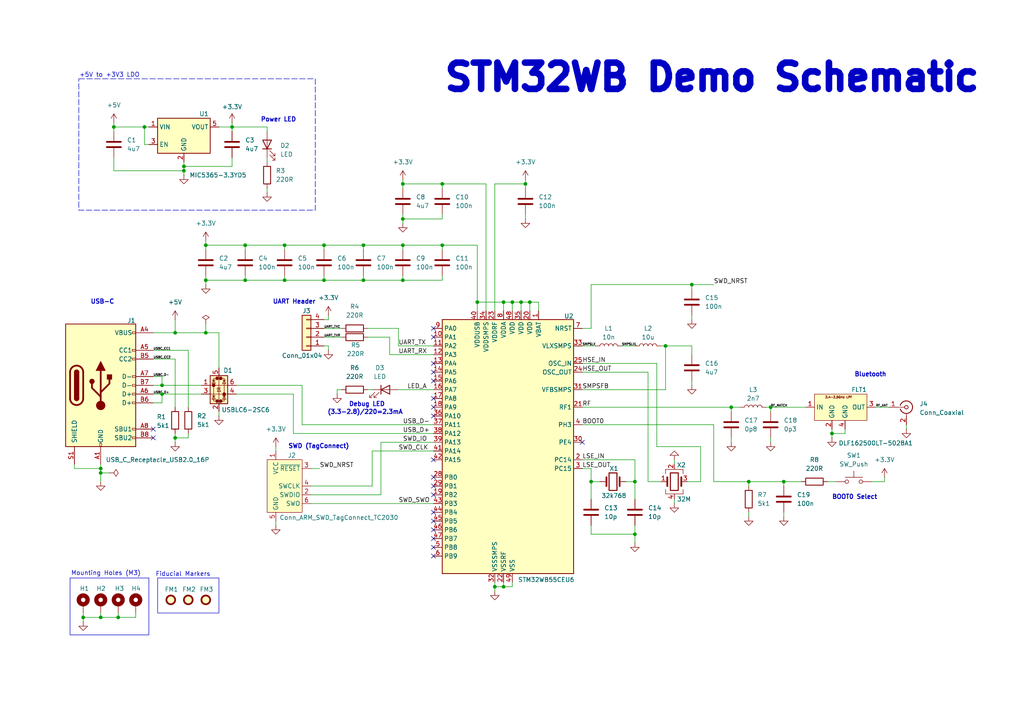
<source format=kicad_sch>
(kicad_sch (version 20231120) (generator "eeschema") (generator_version "8.0")
  (paper "A4")
  (title_block (title "STM32WB Demo Schematic") (date "2024-04-20") (rev "1.0") (company "Lucas Wilch"))
  (junction (at 24.13 179.07))
  (junction (at 29.21 137.16))
  (junction (at 53.34 49.53))
  (junction (at 153.67 87.63))
  (junction (at 171.45 139.7))
  (junction (at 34.29 179.07))
  (junction (at 193.04 100.33))
  (junction (at 59.69 71.12))
  (junction (at 46.99 111.76))
  (junction (at 143.51 170.18))
  (junction (at 93.98 81.28))
  (junction (at 212.09 118.11))
  (junction (at 116.84 53.34))
  (junction (at 71.12 81.28))
  (junction (at 148.59 87.63))
  (junction (at 93.98 71.12))
  (junction (at 53.34 48.26))
  (junction (at 50.8 127))
  (junction (at 50.8 96.52))
  (junction (at 33.02 36.83))
  (junction (at 223.52 118.11))
  (junction (at 59.69 81.28))
  (junction (at 138.43 87.63))
  (junction (at 184.15 154.94))
  (junction (at 71.12 71.12))
  (junction (at 227.33 139.7))
  (junction (at 82.55 81.28))
  (junction (at 105.41 71.12))
  (junction (at 116.84 71.12))
  (junction (at 146.05 87.63))
  (junction (at 217.17 139.7))
  (junction (at 46.99 114.3))
  (junction (at 241.3 125.73))
  (junction (at 184.15 139.7))
  (junction (at 59.69 96.52))
  (junction (at 128.27 71.12))
  (junction (at 200.66 82.55))
  (junction (at 116.84 81.28))
  (junction (at 146.05 170.18))
  (junction (at 67.31 36.83))
  (junction (at 82.55 71.12))
  (junction (at 152.4 53.34))
  (junction (at 105.41 81.28))
  (junction (at 128.27 53.34))
  (junction (at 29.21 135.89))
  (junction (at 41.91 36.83))
  (junction (at 116.84 63.5))
  (junction (at 151.13 87.63))
  (junction (at 29.21 179.07))
  (no_connect (at 125.73 97.79))
  (no_connect (at 125.73 120.65))
  (no_connect (at 125.73 148.59))
  (no_connect (at 125.73 161.29))
  (no_connect (at 125.73 105.41))
  (no_connect (at 125.73 151.13))
  (no_connect (at 125.73 110.49))
  (no_connect (at 125.73 118.11))
  (no_connect (at 125.73 133.35))
  (no_connect (at 125.73 143.51))
  (no_connect (at 44.45 124.46))
  (no_connect (at 125.73 153.67))
  (no_connect (at 125.73 95.25))
  (no_connect (at 125.73 115.57))
  (no_connect (at 125.73 158.75))
  (no_connect (at 44.45 127))
  (no_connect (at 125.73 156.21))
  (no_connect (at 125.73 107.95))
  (no_connect (at 125.73 140.97))
  (no_connect (at 168.91 128.27))
  (no_connect (at 125.73 138.43))
  (wire (pts (xy 116.84 52.07) (xy 116.84 53.34)))
  (wire (pts (xy 93.98 92.71) (xy 95.25 92.71)))
  (wire (pts (xy 29.21 137.16) (xy 31.75 137.16)))
  (wire (pts (xy 148.59 170.18) (xy 148.59 168.91)))
  (wire (pts (xy 200.66 82.55) (xy 207.01 82.55)))
  (wire (pts (xy 110.49 143.51) (xy 110.49 128.27)))
  (wire (pts (xy 184.15 133.35) (xy 184.15 139.7)))
  (wire (pts (xy 110.49 128.27) (xy 125.73 128.27)))
  (wire (pts (xy 44.45 111.76) (xy 46.99 111.76)))
  (wire (pts (xy 193.04 100.33) (xy 193.04 113.03)))
  (wire (pts (xy 128.27 81.28) (xy 128.27 80.01)))
  (wire (pts (xy 71.12 80.01) (xy 71.12 81.28)))
  (wire (pts (xy 241.3 125.73) (xy 241.3 127)))
  (wire (pts (xy 156.21 90.17) (xy 156.21 87.63)))
  (wire (pts (xy 77.47 45.72) (xy 77.47 46.99)))
  (wire (pts (xy 50.8 127) (xy 50.8 128.27)))
  (wire (pts (xy 71.12 71.12) (xy 82.55 71.12)))
  (wire (pts (xy 82.55 71.12) (xy 93.98 71.12)))
  (wire (pts (xy 152.4 62.23) (xy 152.4 63.5)))
  (wire (pts (xy 90.17 146.05) (xy 125.73 146.05)))
  (wire (pts (xy 187.96 139.7) (xy 191.77 139.7)))
  (wire (pts (xy 93.98 100.33) (xy 95.25 100.33)))
  (wire (pts (xy 116.84 63.5) (xy 116.84 64.77)))
  (wire (pts (xy 77.47 54.61) (xy 77.47 55.88)))
  (wire (pts (xy 90.17 143.51) (xy 110.49 143.51)))
  (wire (pts (xy 128.27 71.12) (xy 138.43 71.12)))
  (wire (pts (xy 24.13 179.07) (xy 29.21 179.07)))
  (wire (pts (xy 171.45 139.7) (xy 173.99 139.7)))
  (wire (pts (xy 168.91 107.95) (xy 187.96 107.95)))
  (wire (pts (xy 107.95 130.81) (xy 107.95 140.97)))
  (wire (pts (xy 171.45 95.25) (xy 168.91 95.25)))
  (wire (pts (xy 106.68 95.25) (xy 115.57 95.25)))
  (wire (pts (xy 128.27 53.34) (xy 128.27 54.61)))
  (wire (pts (xy 152.4 52.07) (xy 152.4 53.34)))
  (wire (pts (xy 168.91 100.33) (xy 172.72 100.33)))
  (wire (pts (xy 168.91 135.89) (xy 171.45 135.89)))
  (wire (pts (xy 85.09 125.73) (xy 125.73 125.73)))
  (wire (pts (xy 241.3 124.46) (xy 241.3 125.73)))
  (wire (pts (xy 115.57 113.03) (xy 125.73 113.03)))
  (wire (pts (xy 143.51 53.34) (xy 152.4 53.34)))
  (wire (pts (xy 207.01 139.7) (xy 207.01 123.19)))
  (wire (pts (xy 59.69 69.85) (xy 59.69 71.12)))
  (wire (pts (xy 200.66 110.49) (xy 200.66 111.76)))
  (wire (pts (xy 29.21 179.07) (xy 34.29 179.07)))
  (wire (pts (xy 222.25 118.11) (xy 223.52 118.11)))
  (wire (pts (xy 67.31 35.56) (xy 67.31 36.83)))
  (wire (pts (xy 50.8 125.73) (xy 50.8 127)))
  (wire (pts (xy 82.55 80.01) (xy 82.55 81.28)))
  (wire (pts (xy 39.37 179.07) (xy 39.37 177.8)))
  (wire (pts (xy 46.99 116.84) (xy 46.99 114.3)))
  (wire (pts (xy 217.17 148.59) (xy 217.17 149.86)))
  (wire (pts (xy 193.04 100.33) (xy 200.66 100.33)))
  (wire (pts (xy 252.73 139.7) (xy 256.54 139.7)))
  (wire (pts (xy 44.45 104.14) (xy 50.8 104.14)))
  (wire (pts (xy 33.02 36.83) (xy 33.02 38.1)))
  (wire (pts (xy 203.2 139.7) (xy 199.39 139.7)))
  (wire (pts (xy 116.84 63.5) (xy 128.27 63.5)))
  (wire (pts (xy 171.45 152.4) (xy 171.45 154.94)))
  (wire (pts (xy 50.8 104.14) (xy 50.8 118.11)))
  (wire (pts (xy 152.4 53.34) (xy 152.4 54.61)))
  (wire (pts (xy 193.04 113.03) (xy 168.91 113.03)))
  (wire (pts (xy 262.89 123.19) (xy 262.89 124.46)))
  (wire (pts (xy 146.05 170.18) (xy 148.59 170.18)))
  (wire (pts (xy 95.25 92.71) (xy 95.25 91.44)))
  (wire (pts (xy 212.09 118.11) (xy 212.09 119.38)))
  (wire (pts (xy 184.15 144.78) (xy 184.15 139.7)))
  (wire (pts (xy 180.34 100.33) (xy 184.15 100.33)))
  (wire (pts (xy 171.45 82.55) (xy 171.45 95.25)))
  (wire (pts (xy 46.99 111.76) (xy 58.42 111.76)))
  (wire (pts (xy 33.02 35.56) (xy 33.02 36.83)))
  (wire (pts (xy 113.03 102.87) (xy 113.03 97.79)))
  (wire (pts (xy 63.5 36.83) (xy 67.31 36.83)))
  (wire (pts (xy 146.05 168.91) (xy 146.05 170.18)))
  (wire (pts (xy 143.51 90.17) (xy 143.51 53.34)))
  (wire (pts (xy 105.41 71.12) (xy 116.84 71.12)))
  (wire (pts (xy 71.12 71.12) (xy 71.12 72.39)))
  (wire (pts (xy 116.84 53.34) (xy 116.84 54.61)))
  (wire (pts (xy 59.69 71.12) (xy 71.12 71.12)))
  (wire (pts (xy 128.27 71.12) (xy 128.27 72.39)))
  (wire (pts (xy 200.66 100.33) (xy 200.66 102.87)))
  (wire (pts (xy 21.59 134.62) (xy 21.59 135.89)))
  (wire (pts (xy 54.61 101.6) (xy 54.61 118.11)))
  (wire (pts (xy 184.15 154.94) (xy 184.15 152.4)))
  (wire (pts (xy 63.5 119.38) (xy 63.5 120.65)))
  (wire (pts (xy 223.52 118.11) (xy 233.68 118.11)))
  (wire (pts (xy 217.17 139.7) (xy 207.01 139.7)))
  (wire (pts (xy 44.45 96.52) (xy 50.8 96.52)))
  (wire (pts (xy 227.33 139.7) (xy 232.41 139.7)))
  (wire (pts (xy 168.91 105.41) (xy 190.5 105.41)))
  (wire (pts (xy 59.69 93.98) (xy 59.69 96.52)))
  (wire (pts (xy 41.91 36.83) (xy 43.18 36.83)))
  (wire (pts (xy 97.79 113.03) (xy 99.06 113.03)))
  (wire (pts (xy 190.5 105.41) (xy 190.5 129.54)))
  (wire (pts (xy 50.8 92.71) (xy 50.8 96.52)))
  (wire (pts (xy 113.03 102.87) (xy 125.73 102.87)))
  (wire (pts (xy 93.98 95.25) (xy 99.06 95.25)))
  (wire (pts (xy 80.01 129.54) (xy 80.01 130.81)))
  (wire (pts (xy 200.66 82.55) (xy 200.66 83.82)))
  (wire (pts (xy 143.51 170.18) (xy 146.05 170.18)))
  (wire (pts (xy 87.63 123.19) (xy 125.73 123.19)))
  (wire (pts (xy 187.96 107.95) (xy 187.96 139.7)))
  (wire (pts (xy 116.84 53.34) (xy 128.27 53.34)))
  (wire (pts (xy 107.95 140.97) (xy 90.17 140.97)))
  (wire (pts (xy 53.34 49.53) (xy 33.02 49.53)))
  (wire (pts (xy 146.05 87.63) (xy 138.43 87.63)))
  (wire (pts (xy 106.68 97.79) (xy 113.03 97.79)))
  (wire (pts (xy 44.45 116.84) (xy 46.99 116.84)))
  (wire (pts (xy 21.59 135.89) (xy 29.21 135.89)))
  (wire (pts (xy 41.91 41.91) (xy 41.91 36.83)))
  (wire (pts (xy 93.98 81.28) (xy 105.41 81.28)))
  (wire (pts (xy 138.43 87.63) (xy 138.43 90.17)))
  (wire (pts (xy 59.69 96.52) (xy 63.5 96.52)))
  (wire (pts (xy 212.09 127) (xy 212.09 128.27)))
  (wire (pts (xy 105.41 80.01) (xy 105.41 81.28)))
  (wire (pts (xy 29.21 135.89) (xy 29.21 134.62)))
  (wire (pts (xy 217.17 139.7) (xy 217.17 140.97)))
  (wire (pts (xy 50.8 96.52) (xy 59.69 96.52)))
  (wire (pts (xy 97.79 114.3) (xy 97.79 113.03)))
  (wire (pts (xy 128.27 62.23) (xy 128.27 63.5)))
  (wire (pts (xy 116.84 71.12) (xy 116.84 72.39)))
  (wire (pts (xy 90.17 135.89) (xy 92.71 135.89)))
  (wire (pts (xy 143.51 171.45) (xy 143.51 170.18)))
  (wire (pts (xy 95.25 100.33) (xy 95.25 101.6)))
  (wire (pts (xy 87.63 111.76) (xy 87.63 123.19)))
  (wire (pts (xy 46.99 114.3) (xy 58.42 114.3)))
  (wire (pts (xy 223.52 118.11) (xy 223.52 119.38)))
  (wire (pts (xy 93.98 80.01) (xy 93.98 81.28)))
  (wire (pts (xy 217.17 139.7) (xy 227.33 139.7)))
  (wire (pts (xy 77.47 36.83) (xy 77.47 38.1)))
  (wire (pts (xy 115.57 100.33) (xy 125.73 100.33)))
  (wire (pts (xy 43.18 41.91) (xy 41.91 41.91)))
  (wire (pts (xy 106.68 113.03) (xy 107.95 113.03)))
  (wire (pts (xy 116.84 63.5) (xy 116.84 62.23)))
  (wire (pts (xy 168.91 133.35) (xy 184.15 133.35)))
  (wire (pts (xy 184.15 154.94) (xy 184.15 157.48)))
  (wire (pts (xy 34.29 179.07) (xy 39.37 179.07)))
  (wire (pts (xy 153.67 87.63) (xy 153.67 90.17)))
  (wire (pts (xy 227.33 139.7) (xy 227.33 140.97)))
  (wire (pts (xy 29.21 135.89) (xy 29.21 137.16)))
  (wire (pts (xy 128.27 53.34) (xy 140.97 53.34)))
  (wire (pts (xy 59.69 71.12) (xy 59.69 72.39)))
  (wire (pts (xy 53.34 48.26) (xy 67.31 48.26)))
  (wire (pts (xy 24.13 177.8) (xy 24.13 179.07)))
  (wire (pts (xy 254 118.11) (xy 257.81 118.11)))
  (wire (pts (xy 138.43 87.63) (xy 138.43 71.12)))
  (wire (pts (xy 203.2 129.54) (xy 203.2 139.7)))
  (wire (pts (xy 223.52 127) (xy 223.52 128.27)))
  (wire (pts (xy 148.59 87.63) (xy 148.59 90.17)))
  (wire (pts (xy 256.54 139.7) (xy 256.54 138.43)))
  (wire (pts (xy 53.34 48.26) (xy 53.34 49.53)))
  (wire (pts (xy 82.55 81.28) (xy 93.98 81.28)))
  (wire (pts (xy 140.97 90.17) (xy 140.97 53.34)))
  (wire (pts (xy 44.45 101.6) (xy 54.61 101.6)))
  (wire (pts (xy 212.09 118.11) (xy 214.63 118.11)))
  (wire (pts (xy 190.5 129.54) (xy 203.2 129.54)))
  (wire (pts (xy 63.5 106.68) (xy 63.5 96.52)))
  (wire (pts (xy 151.13 87.63) (xy 151.13 90.17)))
  (wire (pts (xy 67.31 36.83) (xy 67.31 38.1)))
  (wire (pts (xy 240.03 139.7) (xy 242.57 139.7)))
  (wire (pts (xy 105.41 71.12) (xy 105.41 72.39)))
  (wire (pts (xy 195.58 133.35) (xy 195.58 134.62)))
  (wire (pts (xy 245.11 124.46) (xy 245.11 125.73)))
  (wire (pts (xy 68.58 111.76) (xy 87.63 111.76)))
  (wire (pts (xy 54.61 127) (xy 54.61 125.73)))
  (wire (pts (xy 153.67 87.63) (xy 151.13 87.63)))
  (wire (pts (xy 156.21 87.63) (xy 153.67 87.63)))
  (wire (pts (xy 143.51 168.91) (xy 143.51 170.18)))
  (wire (pts (xy 207.01 123.19) (xy 168.91 123.19)))
  (wire (pts (xy 200.66 91.44) (xy 200.66 92.71)))
  (wire (pts (xy 59.69 81.28) (xy 71.12 81.28)))
  (wire (pts (xy 53.34 50.8) (xy 53.34 49.53)))
  (wire (pts (xy 195.58 144.78) (xy 195.58 146.05)))
  (wire (pts (xy 46.99 109.22) (xy 46.99 111.76)))
  (wire (pts (xy 171.45 139.7) (xy 171.45 144.78)))
  (wire (pts (xy 93.98 97.79) (xy 99.06 97.79)))
  (wire (pts (xy 44.45 109.22) (xy 46.99 109.22)))
  (wire (pts (xy 116.84 81.28) (xy 105.41 81.28)))
  (wire (pts (xy 33.02 49.53) (xy 33.02 45.72)))
  (wire (pts (xy 85.09 125.73) (xy 85.09 114.3)))
  (wire (pts (xy 171.45 82.55) (xy 200.66 82.55)))
  (wire (pts (xy 191.77 100.33) (xy 193.04 100.33)))
  (wire (pts (xy 82.55 81.28) (xy 71.12 81.28)))
  (wire (pts (xy 44.45 114.3) (xy 46.99 114.3)))
  (wire (pts (xy 50.8 127) (xy 54.61 127)))
  (wire (pts (xy 107.95 130.81) (xy 125.73 130.81)))
  (wire (pts (xy 241.3 125.73) (xy 245.11 125.73)))
  (wire (pts (xy 93.98 71.12) (xy 105.41 71.12)))
  (wire (pts (xy 24.13 179.07) (xy 24.13 180.34)))
  (wire (pts (xy 171.45 154.94) (xy 184.15 154.94)))
  (wire (pts (xy 85.09 114.3) (xy 68.58 114.3)))
  (wire (pts (xy 116.84 71.12) (xy 128.27 71.12)))
  (wire (pts (xy 227.33 148.59) (xy 227.33 149.86)))
  (wire (pts (xy 29.21 137.16) (xy 29.21 139.7)))
  (wire (pts (xy 82.55 71.12) (xy 82.55 72.39)))
  (wire (pts (xy 151.13 87.63) (xy 148.59 87.63)))
  (wire (pts (xy 67.31 36.83) (xy 77.47 36.83)))
  (wire (pts (xy 93.98 71.12) (xy 93.98 72.39)))
  (wire (pts (xy 116.84 81.28) (xy 128.27 81.28)))
  (wire (pts (xy 29.21 179.07) (xy 29.21 177.8)))
  (wire (pts (xy 148.59 87.63) (xy 146.05 87.63)))
  (wire (pts (xy 80.01 151.13) (xy 80.01 152.4)))
  (wire (pts (xy 41.91 36.83) (xy 33.02 36.83)))
  (wire (pts (xy 53.34 46.99) (xy 53.34 48.26)))
  (wire (pts (xy 34.29 179.07) (xy 34.29 177.8)))
  (wire (pts (xy 59.69 81.28) (xy 59.69 80.01)))
  (wire (pts (xy 146.05 87.63) (xy 146.05 90.17)))
  (wire (pts (xy 171.45 135.89) (xy 171.45 139.7)))
  (wire (pts (xy 116.84 80.01) (xy 116.84 81.28)))
  (wire (pts (xy 184.15 139.7) (xy 181.61 139.7)))
  (wire (pts (xy 168.91 118.11) (xy 212.09 118.11)))
  (wire (pts (xy 115.57 95.25) (xy 115.57 100.33)))
  (wire (pts (xy 59.69 81.28) (xy 59.69 82.55)))
  (wire (pts (xy 67.31 48.26) (xy 67.31 45.72)))
  (rectangle (start 45.72 167.64) (end 63.5 177.8))
  (rectangle (start 22.86 22.86) (end 91.44 60.96) (stroke (width 0) (type dash)))
  (rectangle (start 20.32 167.64) (end 43.18 184.15))
  (text "BOOT0 Select" (at 247.904 144.272 0) (effects (font (size 1.27 1.27) (bold yes))))
  (text "UART Header" (at 85.344 87.63 0) (effects (font (size 1.27 1.27) (bold yes))))
  (text "Bluetooth" (at 252.476 108.712 0) (effects (font (size 1.27 1.27) (bold yes))))
  (text "+5V to +3V3 LDO" (at 31.75 21.844 0) (effects (font (size 1.27 1.27))))
  (text "Power LED" (at 80.772 34.798 0) (effects (font (size 1.27 1.27) (bold yes))))
  (text "Fiducial Markers" (at 53.086 166.624 0) (effects (font (size 1.27 1.27))))
  (text "SWD (TagConnect)" (at 92.456 129.54 0) (effects (font (size 1.27 1.27) (bold yes))))
  (text "Mounting Holes (M3)" (at 30.734 166.37 0) (effects (font (size 1.27 1.27))))
  (text "STM32WB Demo Schematic" (at 206.502 22.606 0) (effects (font (size 7.62 7.62) (thickness 2.54) (bold yes))))
  (text "USB-C" (at 29.718 87.63 0) (effects (font (size 1.27 1.27) (bold yes))))
  (text "Debug LED" (at 106.426 117.348 0) (effects (font (size 1.27 1.27) (bold yes))))
  (text "(3.3-2.8)/220=2.3mA" (at 105.918 119.634 0) (effects (font (size 1.27 1.27) (bold yes))))
  (label "HSE_OUT" (at 168.91 107.95 0))
  (label "LSE_IN" (at 168.91 133.35 0))
  (label "SMPSLXL" (at 180.34 100.33 0) (effects (font (size 0.635 0.635))))
  (label "LSE_OUT" (at 168.91 135.89 0))
  (label "UART_TX" (at 115.57 100.33 0))
  (label "USBC_D-" (at 44.45 109.22 0) (effects (font (size 0.635 0.635))))
  (label "SWD_SWO" (at 115.57 146.05 0))
  (label "HSE_IN" (at 168.91 105.41 0))
  (label "USBC_CC2" (at 44.45 104.14 0) (effects (font (size 0.635 0.635))))
  (label "LED_A" (at 118.11 113.03 0))
  (label "USB_D+" (at 116.84 125.73 0))
  (label "RF" (at 168.91 118.11 0))
  (label "USB_D-" (at 116.84 123.19 0))
  (label "SWD_NRST" (at 92.71 135.89 0))
  (label "SWD_NRST" (at 207.01 82.55 0))
  (label "UART_RX" (at 115.57 102.87 0))
  (label "SWD_CLK" (at 115.57 130.81 0))
  (label "SWD_IO" (at 116.84 128.27 0))
  (label "UART_TXC" (at 93.98 95.25 0) (effects (font (size 0.635 0.635))))
  (label "UART_TXR" (at 93.98 97.79 0) (effects (font (size 0.635 0.635))))
  (label "SMPSLX" (at 168.91 100.33 0) (effects (font (size 0.635 0.635))))
  (label "BOOT0" (at 168.91 123.19 0))
  (label "USBC_D+" (at 44.45 114.3 0) (effects (font (size 0.635 0.635))))
  (label "SMPSFB" (at 168.91 113.03 0))
  (label "RF_MATCH" (at 223.52 118.11 0) (effects (font (size 0.635 0.635))))
  (label "USBC_CC1" (at 44.45 101.6 0) (effects (font (size 0.635 0.635))))
  (label "RF_ANT" (at 254 118.11 0) (effects (font (size 0.635 0.635))))
  (symbol (lib_id "power:GND") (at 223.52 128.27 0) (unit 1)
    (property "Reference" "#PWR028" (effects (hide yes)))
    (property "Value" "GND" (effects (hide yes)))
    (property "Description" "Power symbol creates a global label with name \"GND\" , ground" (effects (hide yes)))
  )
  (symbol (lib_id "Device:R") (at 217.17 144.78 0) (unit 1)
    (property "Reference" "R7" (at 219.71 143.5099 0) (effects (justify left)))
    (property "Value" "5k1" (at 219.71 146.0499 0) (effects (justify left)))
    (property "Footprint" "Resistor_SMD:R_0402_1005Metric" (effects (hide yes)))
    (property "Description" "Resistor" (effects (hide yes)))
    (property "Distributor Link" "https://www.mouser.com/ProductDetail/KOA-Speer/SG73P1EWTTP512J?qs=Jslch3jnSjlSuuKTSTqkRg%3D%3D" (effects (hide yes)))
    (property "Manufacturer" "KOA Speer" (effects (hide yes)))
    (property "Manufacturer PN" "SG73P1EWTTP512J" (effects (hide yes)))
  )
  (symbol (lib_id "Mechanical:MountingHole_Pad") (at 34.29 175.26 0) (unit 1) (exclude_from_sim yes) (in_bom no)
    (property "Reference" "H3" (at 33.274 170.688 0) (effects (justify left)))
    (property "Value" "MountingHole_Pad" (effects (hide yes)))
    (property "Footprint" "MountingHole:MountingHole_2.2mm_M2_DIN965_Pad" (effects (hide yes)))
    (property "Description" "Mounting Hole with connection" (effects (hide yes)))
  )
  (symbol (lib_id "Mechanical:MountingHole_Pad") (at 24.13 175.26 0) (unit 1) (exclude_from_sim yes) (in_bom no)
    (property "Reference" "H1" (at 23.114 170.688 0) (effects (justify left)))
    (property "Value" "MountingHole_Pad" (effects (hide yes)))
    (property "Footprint" "MountingHole:MountingHole_2.2mm_M2_DIN965_Pad" (effects (hide yes)))
    (property "Description" "Mounting Hole with connection" (effects (hide yes)))
  )
  (symbol (lib_id "Device:R") (at 102.87 113.03 90) (unit 1)
    (property "Reference" "R6" (at 102.87 106.68 90))
    (property "Value" "220R" (at 102.87 109.22 90))
    (property "Footprint" "Resistor_SMD:R_0402_1005Metric" (effects (hide yes)))
    (property "Description" "Resistor" (effects (hide yes)))
    (property "Distributor Link" "https://www.mouser.com/ProductDetail/KOA-Speer/RK73H1ETTP2200F?qs=RHoMK1iCi09D%2FnGG1bjdHg%3D%3D" (effects (hide yes)))
    (property "Manufacturer" "KOA Speer" (effects (hide yes)))
    (property "Manufacturer PN" "RK73H1ETTP2200F" (effects (hide yes)))
  )
  (symbol (lib_id "Connector:USB_C_Receptacle_USB2.0_16P") (at 29.21 111.76 0) (unit 1)
    (property "Reference" "J1" (at 38.1 92.964 0))
    (property "Value" "USB_C_Receptacle_USB2.0_16P" (at 45.72 133.35 0))
    (property "Footprint" "Connector_USB:USB_C_Receptacle_GCT_USB4105-xx-A_16P_TopMnt_Horizontal" (effects (hide yes)))
    (property "Datasheet" "https://www.usb.org/sites/default/files/documents/usb_type-c.zip" (effects (hide yes)))
    (property "Description" "USB 2.0-only 16P Type-C Receptacle connector" (effects (hide yes)))
    (property "Distributor Link" "https://www.mouser.com/ProductDetail/GCT/USB4105-GF-A?qs=KUoIvG%2F9IlY%2FMLlBMpStpA%3D%3D" (effects (hide yes)))
    (property "Manufacturer" "GCT" (effects (hide yes)))
    (property "Manufacturer PN" "USB4105-GF-A " (effects (hide yes)))
  )
  (symbol (lib_id "Device:C") (at 223.52 123.19 0) (unit 1)
    (property "Reference" "C18" (at 227.33 121.9199 0) (effects (justify left)))
    (property "Value" "0p3" (at 227.33 124.4599 0) (effects (justify left)))
    (property "Footprint" "Resistor_SMD:R_0402_1005Metric" (effects (hide yes)))
    (property "Description" "Unpolarized capacitor" (effects (hide yes)))
    (property "Distributor Link" "https://www.mouser.com/ProductDetail/Murata-Electronics/GRM1555C1HR30WA01D?qs=e%252BE4OD6MgMcS%252BbE0ktTutg%3D%3D" (effects (hide yes)))
    (property "Manufacturer" "Murata Electronics" (effects (hide yes)))
    (property "Manufacturer PN" "GRM1555C1HR30WA01D" (effects (hide yes)))
  )
  (symbol (lib_id "Device:C") (at 200.66 106.68 0) (unit 1)
    (property "Reference" "C16" (at 204.47 105.4099 0) (effects (justify left)))
    (property "Value" "4u7" (at 204.47 107.9499 0) (effects (justify left)))
    (property "Footprint" "Resistor_SMD:R_0603_1608Metric" (effects (hide yes)))
    (property "Description" "Unpolarized capacitor" (effects (hide yes)))
    (property "Distributor Link" "https://www.mouser.com/ProductDetail/Murata-Electronics/GRM188Z71A475KE15J?qs=Ey7%2FXF42M3fe52ZB0l7gLw%3D%3D" (effects (hide yes)))
    (property "Manufacturer" "Murata Electronics" (effects (hide yes)))
    (property "Manufacturer PN" "GRM188Z71A475KE15J" (effects (hide yes)))
  )
  (symbol (lib_id "Device:C") (at 33.02 41.91 0) (unit 1)
    (property "Reference" "C1" (at 36.83 40.6399 0) (effects (justify left)))
    (property "Value" "4u7" (at 36.83 43.1799 0) (effects (justify left)))
    (property "Footprint" "Resistor_SMD:R_0603_1608Metric" (effects (hide yes)))
    (property "Description" "Unpolarized capacitor" (effects (hide yes)))
    (property "Distributor Link" "https://www.mouser.com/ProductDetail/Murata-Electronics/GRM188Z71A475KE15J?qs=Ey7%2FXF42M3fe52ZB0l7gLw%3D%3D" (effects (hide yes)))
    (property "Manufacturer" "Murata Electronics" (effects (hide yes)))
    (property "Manufacturer PN" "GRM188Z71A475KE15J" (effects (hide yes)))
  )
  (symbol (lib_id "Device:R") (at 54.61 121.92 0) (unit 1)
    (property "Reference" "R2" (at 57.15 120.6499 0) (effects (justify left)))
    (property "Value" "5k1" (at 57.15 123.1899 0) (effects (justify left)))
    (property "Footprint" "Resistor_SMD:R_0402_1005Metric" (effects (hide yes)))
    (property "Description" "Resistor" (effects (hide yes)))
    (property "Distributor Link" "https://www.mouser.com/ProductDetail/KOA-Speer/SG73P1EWTTP512J?qs=Jslch3jnSjlSuuKTSTqkRg%3D%3D" (effects (hide yes)))
    (property "Manufacturer" "KOA Speer" (effects (hide yes)))
    (property "Manufacturer PN" "SG73P1EWTTP512J" (effects (hide yes)))
  )
  (symbol (lib_id "Device:C") (at 67.31 41.91 0) (unit 1)
    (property "Reference" "C3" (at 71.12 40.6399 0) (effects (justify left)))
    (property "Value" "4u7" (at 71.12 43.1799 0) (effects (justify left)))
    (property "Footprint" "Resistor_SMD:R_0603_1608Metric" (effects (hide yes)))
    (property "Description" "Unpolarized capacitor" (effects (hide yes)))
    (property "Distributor Link" "https://www.mouser.com/ProductDetail/Murata-Electronics/GRM188Z71A475KE15J?qs=Ey7%2FXF42M3fe52ZB0l7gLw%3D%3D" (effects (hide yes)))
    (property "Manufacturer" "Murata Electronics" (effects (hide yes)))
    (property "Manufacturer PN" "GRM188Z71A475KE15J" (effects (hide yes)))
  )
  (symbol (lib_id "power:PWR_FLAG") (at 31.75 137.16 270) (unit 1)
    (property "Reference" "#FLG01" (effects (hide yes)))
    (property "Value" "PWR_FLAG" (effects (hide yes)))
    (property "Description" "Special symbol for telling ERC where power comes from" (effects (hide yes)))
  )
  (symbol (lib_id "Device:C") (at 184.15 148.59 0) (unit 1)
    (property "Reference" "C14" (at 187.96 147.3199 0) (effects (justify left)))
    (property "Value" "10p" (at 187.96 149.8599 0) (effects (justify left)))
    (property "Footprint" "Resistor_SMD:R_0402_1005Metric" (effects (hide yes)))
    (property "Description" "Unpolarized capacitor" (effects (hide yes)))
    (property "Distributor Link" "https://www.mouser.com/ProductDetail/KYOCERA-AVX/04026D100JAT2A?qs=gEbkM7q0lx%252BmQLS7sqmBjQ%3D%3D" (effects (hide yes)))
    (property "Manufacturer" " KYOCERA AVX" (effects (hide yes)))
    (property "Manufacturer PN" "04026D100JAT2A" (effects (hide yes)))
  )
  (symbol (lib_id "Device:C") (at 128.27 76.2 0) (unit 1)
    (property "Reference" "C11" (at 132.08 74.9299 0) (effects (justify left)))
    (property "Value" "100n" (at 132.08 77.4699 0) (effects (justify left)))
    (property "Footprint" "Capacitor_SMD:C_0402_1005Metric" (effects (hide yes)))
    (property "Description" "Unpolarized capacitor" (effects (hide yes)))
    (property "Distributor Link" "https://www.mouser.com/ProductDetail/Murata-Electronics/GRM155R71A104KA01J?qs=9U7yHM2lsjQpBoriOS9Iag%3D%3D" (effects (hide yes)))
    (property "Manufacturer" "Murata Electronics" (effects (hide yes)))
    (property "Manufacturer PN" "GRM155R71A104KA01J" (effects (hide yes)))
  )
  (symbol (lib_id "power:GND") (at 24.13 180.34 0) (unit 1)
    (property "Reference" "#PWR033" (effects (hide yes)))
    (property "Value" "GND" (effects (hide yes)))
    (property "Description" "Power symbol creates a global label with name \"GND\" , ground" (effects (hide yes)))
  )
  (symbol (lib_id "Mechanical:MountingHole_Pad") (at 29.21 175.26 0) (unit 1) (exclude_from_sim yes) (in_bom no)
    (property "Reference" "H2" (at 27.94 170.688 0) (effects (justify left)))
    (property "Value" "MountingHole_Pad" (effects (hide yes)))
    (property "Footprint" "MountingHole:MountingHole_2.2mm_M2_DIN965_Pad" (effects (hide yes)))
    (property "Description" "Mounting Hole with connection" (effects (hide yes)))
  )
  (symbol (lib_id "power:+3.3V") (at 59.69 69.85 0) (unit 1)
    (property "Reference" "#PWR06" (effects (hide yes)))
    (property "Value" "+3.3V" (at 59.69 64.77 0))
    (property "Description" "Power symbol creates a global label with name \"+3.3V\"" (effects (hide yes)))
  )
  (symbol (lib_id "MCU_ST_STM32WB:STM32WB55CEUx") (at 148.59 130.81 0) (mirror y) (unit 1)
    (property "Reference" "U2" (at 166.37 91.694 0) (effects (justify left)))
    (property "Value" "STM32WB55CEU6" (at 166.624 168.148 0) (effects (justify left)))
    (property "Footprint" "Package_DFN_QFN:QFN-48-1EP_7x7mm_P0.5mm_EP5.6x5.6mm" (effects (hide yes)))
    (property "Datasheet" "https://www.st.com/resource/en/datasheet/stm32wb55ce.pdf" (effects (hide yes)))
    (property "Description" "STMicroelectronics Arm Cortex-M4 MCU, 512KB flash, 256KB RAM, 64 MHz, 1.71-3.6V, 30 GPIO, UFQFPN48" (effects (hide yes)))
    (property "Distributor Link" "https://www.mouser.com/ProductDetail/STMicroelectronics/STM32WB55CEU6?qs=l7cgNqFNU1h38DnIgipayw%3D%3D" (effects (hide yes)))
    (property "Manufacturer" "STMicroelectronics" (effects (hide yes)))
    (property "Manufacturer PN" "STM32WB55CEU6" (effects (hide yes)))
  )
  (symbol (lib_id "power:+3.3V") (at 80.01 129.54 0) (unit 1)
    (property "Reference" "#PWR011" (effects (hide yes)))
    (property "Value" "+3.3V" (at 80.01 124.46 0))
    (property "Description" "Power symbol creates a global label with name \"+3.3V\"" (effects (hide yes)))
  )
  (symbol (lib_id "Device:LED") (at 77.47 41.91 90) (unit 1)
    (property "Reference" "D2" (at 81.28 42.2274 90) (effects (justify right)))
    (property "Value" "LED" (at 81.28 44.7674 90) (effects (justify right)))
    (property "Footprint" "LED_SMD:LED_0402_1005Metric" (effects (hide yes)))
    (property "Description" "Light emitting diode" (effects (hide yes)))
    (property "Distributor Link" "https://www.mouser.com/ProductDetail/Kingbright/APHHS1005LQBC-D-V?qs=WbpYJYa8y32aFVn6IIj1Dg%3D%3D" (effects (hide yes)))
    (property "Manufacturer" "Kingbright" (effects (hide yes)))
    (property "Manufacturer PN" "APHHS1005LQBC/D-V" (effects (hide yes)))
  )
  (symbol (lib_id "power:GND") (at 227.33 149.86 0) (unit 1)
    (property "Reference" "#PWR029" (effects (hide yes)))
    (property "Value" "GND" (effects (hide yes)))
    (property "Description" "Power symbol creates a global label with name \"GND\" , ground" (effects (hide yes)))
  )
  (symbol (lib_id "power:GND") (at 53.34 50.8 0) (unit 1)
    (property "Reference" "#PWR05" (effects (hide yes)))
    (property "Value" "GND" (effects (hide yes)))
    (property "Description" "Power symbol creates a global label with name \"GND\" , ground" (effects (hide yes)))
  )
  (symbol (lib_id "power:+5V") (at 33.02 35.56 0) (unit 1)
    (property "Reference" "#PWR02" (effects (hide yes)))
    (property "Value" "+5V" (at 33.02 30.48 0))
    (property "Description" "Power symbol creates a global label with name \"+5V\"" (effects (hide yes)))
  )
  (symbol (lib_id "Mechanical:MountingHole_Pad") (at 39.37 175.26 0) (unit 1) (exclude_from_sim yes) (in_bom no)
    (property "Reference" "H4" (at 38.1 170.688 0) (effects (justify left)))
    (property "Value" "MountingHole_Pad" (effects (hide yes)))
    (property "Footprint" "MountingHole:MountingHole_2.2mm_M2_DIN965_Pad" (effects (hide yes)))
    (property "Description" "Mounting Hole with connection" (effects (hide yes)))
  )
  (symbol (lib_id "Device:C") (at 128.27 58.42 0) (unit 1)
    (property "Reference" "C10" (at 132.08 57.1499 0) (effects (justify left)))
    (property "Value" "100n" (at 132.08 59.6899 0) (effects (justify left)))
    (property "Footprint" "Capacitor_SMD:C_0402_1005Metric" (effects (hide yes)))
    (property "Description" "Unpolarized capacitor" (effects (hide yes)))
    (property "Distributor Link" "https://www.mouser.com/ProductDetail/Murata-Electronics/GRM155R71A104KA01J?qs=9U7yHM2lsjQpBoriOS9Iag%3D%3D" (effects (hide yes)))
    (property "Manufacturer" "Murata Electronics" (effects (hide yes)))
    (property "Manufacturer PN" "GRM155R71A104KA01J" (effects (hide yes)))
  )
  (symbol (lib_id "power:GND") (at 116.84 64.77 0) (unit 1)
    (property "Reference" "#PWR017" (effects (hide yes)))
    (property "Value" "GND" (effects (hide yes)))
    (property "Description" "Power symbol creates a global label with name \"GND\" , ground" (effects (hide yes)))
  )
  (symbol (lib_id "power:GND") (at 262.89 124.46 0) (unit 1)
    (property "Reference" "#PWR032" (effects (hide yes)))
    (property "Value" "GND" (effects (hide yes)))
    (property "Description" "Power symbol creates a global label with name \"GND\" , ground" (effects (hide yes)))
  )
  (symbol (lib_id "power:GND") (at 80.01 152.4 0) (unit 1)
    (property "Reference" "#PWR012" (effects (hide yes)))
    (property "Value" "GND" (effects (hide yes)))
    (property "Description" "Power symbol creates a global label with name \"GND\" , ground" (effects (hide yes)))
  )
  (symbol (lib_id "power:GND") (at 97.79 114.3 0) (unit 1)
    (property "Reference" "#PWR015" (effects (hide yes)))
    (property "Value" "GND" (effects (hide yes)))
    (property "Description" "Power symbol creates a global label with name \"GND\" , ground" (effects (hide yes)))
  )
  (symbol (lib_id "power:+5V") (at 50.8 92.71 0) (unit 1)
    (property "Reference" "#PWR03" (effects (hide yes)))
    (property "Value" "+5V" (at 50.8 87.63 0))
    (property "Description" "Power symbol creates a global label with name \"+5V\"" (effects (hide yes)))
  )
  (symbol (lib_id "Device:LED") (at 111.76 113.03 0) (unit 1)
    (property "Reference" "D3" (at 110.1725 106.68 0))
    (property "Value" "LED" (at 110.1725 109.22 0))
    (property "Footprint" "LED_SMD:LED_0402_1005Metric" (effects (hide yes)))
    (property "Description" "Light emitting diode" (effects (hide yes)))
    (property "Distributor Link" "https://www.mouser.com/ProductDetail/Kingbright/APHHS1005LQBC-D-V?qs=WbpYJYa8y32aFVn6IIj1Dg%3D%3D" (effects (hide yes)))
    (property "Manufacturer" "Kingbright" (effects (hide yes)))
    (property "Manufacturer PN" "APHHS1005LQBC/D-V" (effects (hide yes)))
  )
  (symbol (lib_id "Bluephil_SchematicSymbols:DLF162500LT-5028A1") (at 243.84 118.11 0) (unit 1)
    (property "Reference" "FLT1" (at 249.174 113.03 0))
    (property "Value" "DLF162500LT-5028A1" (at 254 128.524 0))
    (property "Footprint" "Bluephil_PCBFootprints:DLF162500LT-5028A1" (effects (hide yes)))
    (property "Description" "Signal Conditioning LTCC LOW PASS FLTR 2400-2500MHz " (effects (hide yes)))
    (property "Distributor Link" "https://www.mouser.com/ProductDetail/TDK/DLF162500LT-5028A1?qs=U%2FZX79kHR%2FlwIbAISCs3qA%3D%3D" (effects (hide yes)))
    (property "Manufacturer" "TDK" (effects (hide yes)))
    (property "Manufacturer PN" "DLF162500LT-5028A1" (effects (hide yes)))
  )
  (symbol (lib_id "power:GND") (at 195.58 133.35 180) (unit 1)
    (property "Reference" "#PWR022" (effects (hide yes)))
    (property "Value" "GND" (effects (hide yes)))
    (property "Description" "Power symbol creates a global label with name \"GND\" , ground" (effects (hide yes)))
  )
  (symbol (lib_id "power:+3.3V") (at 67.31 35.56 0) (unit 1)
    (property "Reference" "#PWR09" (effects (hide yes)))
    (property "Value" "+3.3V" (at 67.31 30.988 0))
    (property "Description" "Power symbol creates a global label with name \"+3.3V\"" (effects (hide yes)))
  )
  (symbol (lib_id "Device:C") (at 71.12 76.2 0) (unit 1)
    (property "Reference" "C4" (at 74.93 74.9299 0) (effects (justify left)))
    (property "Value" "100n" (at 74.93 77.4699 0) (effects (justify left)))
    (property "Footprint" "Capacitor_SMD:C_0402_1005Metric" (effects (hide yes)))
    (property "Description" "Unpolarized capacitor" (effects (hide yes)))
    (property "Distributor Link" "https://www.mouser.com/ProductDetail/Murata-Electronics/GRM155R71A104KA01J?qs=9U7yHM2lsjQpBoriOS9Iag%3D%3D" (effects (hide yes)))
    (property "Manufacturer" "Murata Electronics" (effects (hide yes)))
    (property "Manufacturer PN" "GRM155R71A104KA01J" (effects (hide yes)))
  )
  (symbol (lib_id "Connector:Conn_Coaxial") (at 262.89 118.11 0) (unit 1)
    (property "Reference" "J4" (at 266.7 117.1331 0) (effects (justify left)))
    (property "Value" "Conn_Coaxial" (at 266.7 119.6731 0) (effects (justify left)))
    (property "Footprint" "Connector_Coaxial:U.FL_Hirose_U.FL-R-SMT-1_Vertical" (effects (hide yes)))
    (property "Datasheet" " ~" (effects (hide yes)))
    (property "Description" "coaxial connector (BNC, SMA, SMB, SMC, Cinch/RCA, LEMO, ...)" (effects (hide yes)))
    (property "Distributor Link" "https://www.mouser.com/ProductDetail/Hirose-Connector/U.FL-R-SMT-110?qs=kL1ClTr6oBoOdtqlGQpQrQ%3D%3D" (effects (hide yes)))
    (property "Manufacturer" "Hirose Connector" (effects (hide yes)))
    (property "Manufacturer PN" "U.FL-R-SMT-1(10) " (effects (hide yes)))
  )
  (symbol (lib_id "Connector_Generic:Conn_01x04") (at 88.9 97.79 180) (unit 1)
    (property "Reference" "J3" (at 88.9 90.17 0))
    (property "Value" "Conn_01x04" (at 87.63 103.124 0))
    (property "Footprint" "Connector_Molex:Molex_PicoBlade_53048-0410_1x04_P1.25mm_Horizontal" (effects (hide yes)))
    (property "Description" "Generic connector, single row, 01x04, script generated (kicad-library-utils/schlib/autogen/connector/)" (effects (hide yes)))
    (property "Distributor Link" "https://www.mouser.com/ProductDetail/Molex/53048-0410?qs=359VwiUTsp2msj5Tobchuw%3D%3D" (effects (hide yes)))
    (property "Manufacturer" "Molex" (effects (hide yes)))
    (property "Manufacturer PN" "53048-0410" (effects (hide yes)))
  )
  (symbol (lib_id "Switch:SW_Push") (at 247.65 139.7 0) (unit 1)
    (property "Reference" "SW1" (at 247.65 132.08 0))
    (property "Value" "SW_Push" (at 247.65 134.62 0))
    (property "Footprint" "Button_Switch_SMD:SW_Push_1P1T_NO_CK_KMR2" (effects (hide yes)))
    (property "Description" "Push button switch, generic, two pins" (effects (hide yes)))
    (property "Distributor Link" "https://www.mouser.com/ProductDetail/CK/KMR231NGLFS?qs=sb%252But3Lm4x1Y5NsXXdZx2g%3D%3D" (effects (hide yes)))
    (property "Manufacturer" "C&K" (effects (hide yes)))
    (property "Manufacturer PN" "KMR231NGLFS " (effects (hide yes)))
  )
  (symbol (lib_id "Device:C") (at 116.84 58.42 0) (unit 1)
    (property "Reference" "C8" (at 120.65 57.1499 0) (effects (justify left)))
    (property "Value" "4u7" (at 120.65 59.6899 0) (effects (justify left)))
    (property "Footprint" "Resistor_SMD:R_0603_1608Metric" (effects (hide yes)))
    (property "Description" "Unpolarized capacitor" (effects (hide yes)))
    (property "Distributor Link" "https://www.mouser.com/ProductDetail/Murata-Electronics/GRM188Z71A475KE15J?qs=Ey7%2FXF42M3fe52ZB0l7gLw%3D%3D" (effects (hide yes)))
    (property "Manufacturer" "Murata Electronics" (effects (hide yes)))
    (property "Manufacturer PN" "GRM188Z71A475KE15J" (effects (hide yes)))
  )
  (symbol (lib_id "power:GND") (at 77.47 55.88 0) (unit 1)
    (property "Reference" "#PWR010" (effects (hide yes)))
    (property "Value" "GND" (effects (hide yes)))
    (property "Description" "Power symbol creates a global label with name \"GND\" , ground" (effects (hide yes)))
  )
  (symbol (lib_id "power:GND") (at 95.25 101.6 0) (unit 1)
    (property "Reference" "#PWR014" (effects (hide yes)))
    (property "Value" "GND" (effects (hide yes)))
    (property "Description" "Power symbol creates a global label with name \"GND\" , ground" (effects (hide yes)))
  )
  (symbol (lib_id "Device:C") (at 200.66 87.63 0) (unit 1)
    (property "Reference" "C15" (at 204.47 86.3599 0) (effects (justify left)))
    (property "Value" "100n" (at 204.47 88.8999 0) (effects (justify left)))
    (property "Footprint" "Capacitor_SMD:C_0402_1005Metric" (effects (hide yes)))
    (property "Description" "Unpolarized capacitor" (effects (hide yes)))
    (property "Distributor Link" "https://www.mouser.com/ProductDetail/Murata-Electronics/GRM155R71A104KA01J?qs=9U7yHM2lsjQpBoriOS9Iag%3D%3D" (effects (hide yes)))
    (property "Manufacturer" "Murata Electronics" (effects (hide yes)))
    (property "Manufacturer PN" "GRM155R71A104KA01J" (effects (hide yes)))
  )
  (symbol (lib_id "power:GND") (at 59.69 82.55 0) (unit 1)
    (property "Reference" "#PWR07" (effects (hide yes)))
    (property "Value" "GND" (effects (hide yes)))
    (property "Description" "Power symbol creates a global label with name \"GND\" , ground" (effects (hide yes)))
  )
  (symbol (lib_id "Mechanical:Fiducial") (at 54.61 173.99 0) (unit 1) (exclude_from_sim yes) (in_bom no)
    (property "Reference" "FM2" (at 52.832 170.942 0) (effects (justify left)))
    (property "Value" "Fiducial" (effects (hide yes)))
    (property "Footprint" "Fiducial:Fiducial_1mm_Mask2mm" (effects (hide yes)))
    (property "Description" "Fiducial Marker" (effects (hide yes)))
  )
  (symbol (lib_id "Device:C") (at 227.33 144.78 0) (unit 1)
    (property "Reference" "C19" (at 231.14 143.5099 0) (effects (justify left)))
    (property "Value" "100n" (at 231.14 146.0499 0) (effects (justify left)))
    (property "Footprint" "Capacitor_SMD:C_0402_1005Metric" (effects (hide yes)))
    (property "Description" "Unpolarized capacitor" (effects (hide yes)))
    (property "Distributor Link" "https://www.mouser.com/ProductDetail/Murata-Electronics/GRM155R71A104KA01J?qs=9U7yHM2lsjQpBoriOS9Iag%3D%3D" (effects (hide yes)))
    (property "Manufacturer" "Murata Electronics" (effects (hide yes)))
    (property "Manufacturer PN" "GRM155R71A104KA01J" (effects (hide yes)))
  )
  (symbol (lib_id "power:+3.3V") (at 152.4 52.07 0) (unit 1)
    (property "Reference" "#PWR019" (effects (hide yes)))
    (property "Value" "+3.3V" (at 152.4 46.99 0))
    (property "Description" "Power symbol creates a global label with name \"+3.3V\"" (effects (hide yes)))
  )
  (symbol (lib_id "Device:C") (at 116.84 76.2 0) (unit 1)
    (property "Reference" "C9" (at 120.65 74.9299 0) (effects (justify left)))
    (property "Value" "100n" (at 120.65 77.4699 0) (effects (justify left)))
    (property "Footprint" "Capacitor_SMD:C_0402_1005Metric" (effects (hide yes)))
    (property "Description" "Unpolarized capacitor" (effects (hide yes)))
    (property "Distributor Link" "https://www.mouser.com/ProductDetail/Murata-Electronics/GRM155R71A104KA01J?qs=9U7yHM2lsjQpBoriOS9Iag%3D%3D" (effects (hide yes)))
    (property "Manufacturer" "Murata Electronics" (effects (hide yes)))
    (property "Manufacturer PN" "GRM155R71A104KA01J" (effects (hide yes)))
  )
  (symbol (lib_id "power:GND") (at 200.66 111.76 0) (unit 1)
    (property "Reference" "#PWR025" (effects (hide yes)))
    (property "Value" "GND" (effects (hide yes)))
    (property "Description" "Power symbol creates a global label with name \"GND\" , ground" (effects (hide yes)))
  )
  (symbol (lib_id "Device:R") (at 50.8 121.92 0) (unit 1)
    (property "Reference" "R1" (at 45.466 120.904 0) (effects (justify left)))
    (property "Value" "5k1" (at 45.466 123.444 0) (effects (justify left)))
    (property "Footprint" "Resistor_SMD:R_0402_1005Metric" (effects (hide yes)))
    (property "Description" "Resistor" (effects (hide yes)))
    (property "Distributor Link" "https://www.mouser.com/ProductDetail/KOA-Speer/SG73P1EWTTP512J?qs=Jslch3jnSjlSuuKTSTqkRg%3D%3D" (effects (hide yes)))
    (property "Manufacturer" "KOA Speer" (effects (hide yes)))
    (property "Manufacturer PN" "SG73P1EWTTP512J" (effects (hide yes)))
  )
  (symbol (lib_id "power:GND") (at 195.58 146.05 0) (unit 1)
    (property "Reference" "#PWR023" (effects (hide yes)))
    (property "Value" "GND" (effects (hide yes)))
    (property "Description" "Power symbol creates a global label with name \"GND\" , ground" (effects (hide yes)))
  )
  (symbol (lib_id "power:GND") (at 212.09 128.27 0) (unit 1)
    (property "Reference" "#PWR026" (effects (hide yes)))
    (property "Value" "GND" (effects (hide yes)))
    (property "Description" "Power symbol creates a global label with name \"GND\" , ground" (effects (hide yes)))
  )
  (symbol (lib_id "Mechanical:Fiducial") (at 59.69 173.99 0) (unit 1) (exclude_from_sim yes) (in_bom no)
    (property "Reference" "FM3" (at 57.912 170.942 0) (effects (justify left)))
    (property "Value" "Fiducial" (effects (hide yes)))
    (property "Footprint" "Fiducial:Fiducial_1mm_Mask2mm" (effects (hide yes)))
    (property "Description" "Fiducial Marker" (effects (hide yes)))
  )
  (symbol (lib_id "Mechanical:Fiducial") (at 49.53 173.99 0) (unit 1) (exclude_from_sim yes) (in_bom no)
    (property "Reference" "FM1" (at 47.752 170.942 0) (effects (justify left)))
    (property "Value" "Fiducial" (effects (hide yes)))
    (property "Footprint" "Fiducial:Fiducial_1mm_Mask2mm" (effects (hide yes)))
    (property "Description" "Fiducial Marker" (effects (hide yes)))
  )
  (symbol (lib_id "power:GND") (at 50.8 128.27 0) (unit 1)
    (property "Reference" "#PWR04" (effects (hide yes)))
    (property "Value" "GND" (effects (hide yes)))
    (property "Description" "Power symbol creates a global label with name \"GND\" , ground" (effects (hide yes)))
  )
  (symbol (lib_id "Device:Crystal") (at 177.8 139.7 0) (unit 1)
    (property "Reference" "X1" (at 178.054 135.89 0))
    (property "Value" "32k768" (at 178.054 143.764 0))
    (property "Footprint" "Crystal:Crystal_SMD_2012-2Pin_2.0x1.2mm" (effects (hide yes)))
    (property "Description" "Two pin crystal" (effects (hide yes)))
    (property "Distributor Link" "https://www.mouser.com/ProductDetail/NDK/NX2012SA-32.768K-STD-MUB-1?qs=55YtniHzbhA%252B6%2Fl1MwFZaQ%3D%3D" (effects (hide yes)))
    (property "Manufacturer" "NDK" (effects (hide yes)))
    (property "Manufacturer PN" "NX2012SA-32.768K-STD-MUB-1 " (effects (hide yes)))
  )
  (symbol (lib_id "Device:C") (at 171.45 148.59 0) (unit 1)
    (property "Reference" "C13" (at 175.26 147.3199 0) (effects (justify left)))
    (property "Value" "10p" (at 175.26 149.8599 0) (effects (justify left)))
    (property "Footprint" "Resistor_SMD:R_0402_1005Metric" (effects (hide yes)))
    (property "Description" "Unpolarized capacitor" (effects (hide yes)))
    (property "Distributor Link" "https://www.mouser.com/ProductDetail/KYOCERA-AVX/04026D100JAT2A?qs=gEbkM7q0lx%252BmQLS7sqmBjQ%3D%3D" (effects (hide yes)))
    (property "Manufacturer" " KYOCERA AVX" (effects (hide yes)))
    (property "Manufacturer PN" "04026D100JAT2A" (effects (hide yes)))
  )
  (symbol (lib_id "Device:C") (at 212.09 123.19 0) (unit 1)
    (property "Reference" "C17" (at 215.9 121.9199 0) (effects (justify left)))
    (property "Value" "0p8" (at 215.9 124.4599 0) (effects (justify left)))
    (property "Footprint" "Resistor_SMD:R_0402_1005Metric" (effects (hide yes)))
    (property "Description" "Unpolarized capacitor" (effects (hide yes)))
    (property "Distributor Link" "https://www.mouser.com/ProductDetail/Murata-Electronics/GRM1555C1HR80BA01D?qs=e%252BE4OD6MgMezPYPintwvrA%3D%3D" (effects (hide yes)))
    (property "Manufacturer" "Murata Electronics " (effects (hide yes)))
    (property "Manufacturer PN" "GRM1555C1HR80BA01D" (effects (hide yes)))
  )
  (symbol (lib_id "Device:R") (at 102.87 95.25 90) (unit 1)
    (property "Reference" "R4" (at 102.87 88.9 90))
    (property "Value" "220R" (at 102.87 91.44 90))
    (property "Footprint" "Resistor_SMD:R_0402_1005Metric" (effects (hide yes)))
    (property "Description" "Resistor" (effects (hide yes)))
    (property "Distributor Link" "https://www.mouser.com/ProductDetail/KOA-Speer/RK73H1ETTP2200F?qs=RHoMK1iCi09D%2FnGG1bjdHg%3D%3D" (effects (hide yes)))
    (property "Manufacturer" "KOA Speer" (effects (hide yes)))
    (property "Manufacturer PN" "RK73H1ETTP2200F" (effects (hide yes)))
  )
  (symbol (lib_id "Device:C") (at 105.41 76.2 0) (unit 1)
    (property "Reference" "C7" (at 109.22 74.9299 0) (effects (justify left)))
    (property "Value" "100n" (at 109.22 77.4699 0) (effects (justify left)))
    (property "Footprint" "Capacitor_SMD:C_0402_1005Metric" (effects (hide yes)))
    (property "Description" "Unpolarized capacitor" (effects (hide yes)))
    (property "Distributor Link" "https://www.mouser.com/ProductDetail/Murata-Electronics/GRM155R71A104KA01J?qs=9U7yHM2lsjQpBoriOS9Iag%3D%3D" (effects (hide yes)))
    (property "Manufacturer" "Murata Electronics" (effects (hide yes)))
    (property "Manufacturer PN" "GRM155R71A104KA01J" (effects (hide yes)))
  )
  (symbol (lib_id "Device:R") (at 236.22 139.7 90) (unit 1)
    (property "Reference" "R8" (at 236.22 133.35 90))
    (property "Value" "220R" (at 236.22 135.89 90))
    (property "Footprint" "Resistor_SMD:R_0402_1005Metric" (effects (hide yes)))
    (property "Description" "Resistor" (effects (hide yes)))
    (property "Distributor Link" "https://www.mouser.com/ProductDetail/KOA-Speer/RK73H1ETTP2200F?qs=RHoMK1iCi09D%2FnGG1bjdHg%3D%3D" (effects (hide yes)))
    (property "Manufacturer" "KOA Speer" (effects (hide yes)))
    (property "Manufacturer PN" "RK73H1ETTP2200F" (effects (hide yes)))
  )
  (symbol (lib_id "Device:R") (at 102.87 97.79 90) (unit 1)
    (property "Reference" "R5" (at 103.124 100.076 90))
    (property "Value" "220R" (at 103.124 102.616 90))
    (property "Footprint" "Resistor_SMD:R_0402_1005Metric" (effects (hide yes)))
    (property "Description" "Resistor" (effects (hide yes)))
    (property "Distributor Link" "https://www.mouser.com/ProductDetail/KOA-Speer/RK73H1ETTP2200F?qs=RHoMK1iCi09D%2FnGG1bjdHg%3D%3D" (effects (hide yes)))
    (property "Manufacturer" "KOA Speer" (effects (hide yes)))
    (property "Manufacturer PN" "RK73H1ETTP2200F" (effects (hide yes)))
  )
  (symbol (lib_id "power:GND") (at 217.17 149.86 0) (unit 1)
    (property "Reference" "#PWR027" (effects (hide yes)))
    (property "Value" "GND" (effects (hide yes)))
    (property "Description" "Power symbol creates a global label with name \"GND\" , ground" (effects (hide yes)))
  )
  (symbol (lib_id "Device:Crystal_GND24") (at 195.58 139.7 0) (unit 1)
    (property "Reference" "X2" (at 197.612 134.874 0))
    (property "Value" "32M" (at 198.374 144.78 0))
    (property "Footprint" "Crystal:Crystal_SMD_2016-4Pin_2.0x1.6mm" (effects (hide yes)))
    (property "Description" "Four pin crystal, GND on pins 2 and 4" (effects (hide yes)))
    (property "Distributor Link" "https://www.mouser.com/ProductDetail/NDK/NX2016SA-32M-EXS00A-CS06465?qs=w%2Fv1CP2dgqr82b0JjRnv4A%3D%3D" (effects (hide yes)))
    (property "Manufacturer" "NDK" (effects (hide yes)))
    (property "Manufacturer PN" "NX2016SA-32M-EXS00A-CS06465" (effects (hide yes)))
  )
  (symbol (lib_id "Device:L") (at 187.96 100.33 90) (unit 1)
    (property "Reference" "L2" (at 187.96 95.25 90))
    (property "Value" "10u" (at 187.96 97.79 90))
    (property "Footprint" "Inductor_SMD:L_0805_2012Metric" (effects (hide yes)))
    (property "Description" "Inductor" (effects (hide yes)))
    (property "Distributor Link" "https://www.mouser.com/ProductDetail/Murata-Electronics/LQM21FN100M70L?qs=8M15sSGRUn%252BogwBrvQUwLA%3D%3D" (effects (hide yes)))
    (property "Manufacturer" "Murata Electronics" (effects (hide yes)))
    (property "Manufacturer PN" "LQM21FN100M70L" (effects (hide yes)))
  )
  (symbol (lib_id "power:PWR_FLAG") (at 59.69 93.98 0) (unit 1)
    (property "Reference" "#FLG02" (effects (hide yes)))
    (property "Value" "PWR_FLAG" (effects (hide yes)))
    (property "Description" "Special symbol for telling ERC where power comes from" (effects (hide yes)))
  )
  (symbol (lib_id "Device:L") (at 176.53 100.33 90) (unit 1)
    (property "Reference" "L1" (at 176.53 95.25 90))
    (property "Value" "10n" (at 176.53 97.79 90))
    (property "Footprint" "Inductor_SMD:L_0402_1005Metric" (effects (hide yes)))
    (property "Description" "Inductor" (effects (hide yes)))
    (property "Distributor Link" "https://www.mouser.com/ProductDetail/Murata-Electronics/LQG15WZ10NJ02D?qs=60uY6ySkanT1eJ7IaeAl%2Fg%3D%3D" (effects (hide yes)))
    (property "Manufacturer" "Murata Electronics" (effects (hide yes)))
    (property "Manufacturer PN" "LQG15WZ10NJ02D" (effects (hide yes)))
  )
  (symbol (lib_id "power:GND") (at 63.5 120.65 0) (unit 1)
    (property "Reference" "#PWR08" (effects (hide yes)))
    (property "Value" "GND" (effects (hide yes)))
    (property "Description" "Power symbol creates a global label with name \"GND\" , ground" (effects (hide yes)))
  )
  (symbol (lib_id "power:+3.3V") (at 95.25 91.44 0) (unit 1)
    (property "Reference" "#PWR013" (effects (hide yes)))
    (property "Value" "+3.3V" (at 95.25 86.36 0))
    (property "Description" "Power symbol creates a global label with name \"+3.3V\"" (effects (hide yes)))
  )
  (symbol (lib_id "Device:C") (at 82.55 76.2 0) (unit 1)
    (property "Reference" "C5" (at 86.36 74.9299 0) (effects (justify left)))
    (property "Value" "100n" (at 86.36 77.4699 0) (effects (justify left)))
    (property "Footprint" "Capacitor_SMD:C_0402_1005Metric" (effects (hide yes)))
    (property "Description" "Unpolarized capacitor" (effects (hide yes)))
    (property "Distributor Link" "https://www.mouser.com/ProductDetail/Murata-Electronics/GRM155R71A104KA01J?qs=9U7yHM2lsjQpBoriOS9Iag%3D%3D" (effects (hide yes)))
    (property "Manufacturer" "Murata Electronics" (effects (hide yes)))
    (property "Manufacturer PN" "GRM155R71A104KA01J" (effects (hide yes)))
  )
  (symbol (lib_id "power:GND") (at 200.66 92.71 0) (unit 1)
    (property "Reference" "#PWR024" (effects (hide yes)))
    (property "Value" "GND" (effects (hide yes)))
    (property "Description" "Power symbol creates a global label with name \"GND\" , ground" (effects (hide yes)))
  )
  (symbol (lib_id "Device:R") (at 77.47 50.8 180) (unit 1)
    (property "Reference" "R3" (at 80.01 49.5299 0) (effects (justify right)))
    (property "Value" "220R" (at 80.01 52.0699 0) (effects (justify right)))
    (property "Footprint" "Resistor_SMD:R_0402_1005Metric" (effects (hide yes)))
    (property "Description" "Resistor" (effects (hide yes)))
    (property "Distributor Link" "https://www.mouser.com/ProductDetail/KOA-Speer/RK73H1ETTP2200F?qs=RHoMK1iCi09D%2FnGG1bjdHg%3D%3D" (effects (hide yes)))
    (property "Manufacturer" "KOA Speer" (effects (hide yes)))
    (property "Manufacturer PN" "RK73H1ETTP2200F" (effects (hide yes)))
  )
  (symbol (lib_id "Device:C") (at 152.4 58.42 0) (unit 1)
    (property "Reference" "C12" (at 156.21 57.1499 0) (effects (justify left)))
    (property "Value" "100n" (at 156.21 59.6899 0) (effects (justify left)))
    (property "Footprint" "Capacitor_SMD:C_0402_1005Metric" (effects (hide yes)))
    (property "Description" "Unpolarized capacitor" (effects (hide yes)))
    (property "Distributor Link" "https://www.mouser.com/ProductDetail/Murata-Electronics/GRM155R71A104KA01J?qs=9U7yHM2lsjQpBoriOS9Iag%3D%3D" (effects (hide yes)))
    (property "Manufacturer" "Murata Electronics" (effects (hide yes)))
    (property "Manufacturer PN" "GRM155R71A104KA01J" (effects (hide yes)))
  )
  (symbol (lib_id "power:GND") (at 29.21 139.7 0) (unit 1)
    (property "Reference" "#PWR01" (effects (hide yes)))
    (property "Value" "GND" (effects (hide yes)))
    (property "Description" "Power symbol creates a global label with name \"GND\" , ground" (effects (hide yes)))
  )
  (symbol (lib_id "Connector:Conn_ARM_SWD_TagConnect_TC2030") (at 82.55 140.97 0) (unit 1) (in_bom no)
    (property "Reference" "J2" (at 85.852 132.08 0) (effects (justify right)))
    (property "Value" "Conn_ARM_SWD_TagConnect_TC2030" (at 115.57 150.114 0) (effects (justify right)))
    (property "Footprint" "Connector:Tag-Connect_TC2030-IDC-FP_2x03_P1.27mm_Vertical" (effects (hide yes)))
    (property "Datasheet" "https://www.tag-connect.com/wp-content/uploads/bsk-pdf-manager/TC2030-CTX_1.pdf" (effects (hide yes)))
    (property "Description" "Tag-Connect ARM Cortex SWD JTAG connector, 6 pin" (effects (hide yes)))
  )
  (symbol (lib_id "power:GND") (at 184.15 157.48 0) (unit 1)
    (property "Reference" "#PWR021" (effects (hide yes)))
    (property "Value" "GND" (effects (hide yes)))
    (property "Description" "Power symbol creates a global label with name \"GND\" , ground" (effects (hide yes)))
  )
  (symbol (lib_id "Regulator_Linear:MIC5365-3.3YD5") (at 53.34 39.37 0) (unit 1)
    (property "Reference" "U1" (at 59.182 33.02 0))
    (property "Value" "MIC5365-3.3YD5" (at 63.246 50.8 0))
    (property "Footprint" "Package_TO_SOT_SMD:SOT-23-5" (effects (hide yes)))
    (property "Datasheet" "http://ww1.microchip.com/downloads/en/DeviceDoc/mic5365.pdf" (effects (hide yes)))
    (property "Description" "150mA Low-dropout Voltage Regulator, Vout 3.3V, Vin up to 5.5V, SOT-23-5" (effects (hide yes)))
    (property "Distributor Link" "https://www.mouser.com/ProductDetail/Microchip-Technology/MIC5365-3.3YD5-TR?qs=U6T8BxXiZAXzRinbbfZRrg%3D%3D" (effects (hide yes)))
    (property "Manufacturer" "Microchip Technology" (effects (hide yes)))
    (property "Manufacturer PN" "MIC5365-3.3YD5-TR" (effects (hide yes)))
  )
  (symbol (lib_id "power:GND") (at 143.51 171.45 0) (unit 1)
    (property "Reference" "#PWR018" (effects (hide yes)))
    (property "Value" "GND" (effects (hide yes)))
    (property "Description" "Power symbol creates a global label with name \"GND\" , ground" (effects (hide yes)))
  )
  (symbol (lib_id "power:+3.3V") (at 256.54 138.43 0) (unit 1)
    (property "Reference" "#PWR031" (effects (hide yes)))
    (property "Value" "+3.3V" (at 256.54 133.35 0))
    (property "Description" "Power symbol creates a global label with name \"+3.3V\"" (effects (hide yes)))
  )
  (symbol (lib_id "Device:C") (at 59.69 76.2 0) (unit 1)
    (property "Reference" "C2" (at 63.5 74.9299 0) (effects (justify left)))
    (property "Value" "4u7" (at 63.5 77.4699 0) (effects (justify left)))
    (property "Footprint" "Resistor_SMD:R_0603_1608Metric" (effects (hide yes)))
    (property "Description" "Unpolarized capacitor" (effects (hide yes)))
    (property "Distributor Link" "https://www.mouser.com/ProductDetail/Murata-Electronics/GRM188Z71A475KE15J?qs=Ey7%2FXF42M3fe52ZB0l7gLw%3D%3D" (effects (hide yes)))
    (property "Manufacturer" "Murata Electronics" (effects (hide yes)))
    (property "Manufacturer PN" "GRM188Z71A475KE15J" (effects (hide yes)))
  )
  (symbol (lib_id "Power_Protection:USBLC6-2SC6") (at 63.5 111.76 0) (unit 1)
    (property "Reference" "D1" (at 64.77 107.442 0) (effects (justify left)))
    (property "Value" "USBLC6-2SC6" (at 64.262 118.872 0) (effects (justify left)))
    (property "Footprint" "Package_TO_SOT_SMD:SOT-23-6" (effects (hide yes)))
    (property "Datasheet" "https://www.st.com/resource/en/datasheet/usblc6-2.pdf" (effects (hide yes)))
    (property "Description" "Very low capacitance ESD protection diode, 2 data-line, SOT-23-6" (effects (hide yes)))
    (property "Distributor Link" "https://www.mouser.com/ProductDetail/STMicroelectronics/USBLC6-2SC6?qs=po45yt2pPpu%2FhNIlwQdTlg%3D%3D" (effects (hide yes)))
    (property "Manufacturer" "STMicroelectronics" (effects (hide yes)))
    (property "Manufacturer PN" " USBLC6-2SC6" (effects (hide yes)))
  )
  (symbol (lib_id "Device:C") (at 93.98 76.2 0) (unit 1)
    (property "Reference" "C6" (at 97.79 74.9299 0) (effects (justify left)))
    (property "Value" "100n" (at 97.79 77.4699 0) (effects (justify left)))
    (property "Footprint" "Capacitor_SMD:C_0402_1005Metric" (effects (hide yes)))
    (property "Description" "Unpolarized capacitor" (effects (hide yes)))
    (property "Distributor Link" "https://www.mouser.com/ProductDetail/Murata-Electronics/GRM155R71A104KA01J?qs=9U7yHM2lsjQpBoriOS9Iag%3D%3D" (effects (hide yes)))
    (property "Manufacturer" "Murata Electronics" (effects (hide yes)))
    (property "Manufacturer PN" "GRM155R71A104KA01J" (effects (hide yes)))
  )
  (symbol (lib_id "power:GND") (at 152.4 63.5 0) (unit 1)
    (property "Reference" "#PWR020" (effects (hide yes)))
    (property "Value" "GND" (effects (hide yes)))
    (property "Description" "Power symbol creates a global label with name \"GND\" , ground" (effects (hide yes)))
  )
  (symbol (lib_id "power:GND") (at 241.3 127 0) (unit 1)
    (property "Reference" "#PWR030" (effects (hide yes)))
    (property "Value" "GND" (effects (hide yes)))
    (property "Description" "Power symbol creates a global label with name \"GND\" , ground" (effects (hide yes)))
  )
  (symbol (lib_id "power:+3.3V") (at 116.84 52.07 0) (unit 1)
    (property "Reference" "#PWR016" (effects (hide yes)))
    (property "Value" "+3.3V" (at 116.84 46.99 0))
    (property "Description" "Power symbol creates a global label with name \"+3.3V\"" (effects (hide yes)))
  )
  (symbol (lib_id "Device:L") (at 218.44 118.11 90) (unit 1)
    (property "Reference" "L3" (at 218.44 113.03 90))
    (property "Value" "2n7" (at 218.44 115.57 90))
    (property "Footprint" "Inductor_SMD:L_0402_1005Metric" (effects (hide yes)))
    (property "Description" "Inductor" (effects (hide yes)))
    (property "Distributor Link" "https://www.mouser.com/ProductDetail/Murata-Electronics/LQG15HS2N7S02D?qs=ctz47l0uL1AKrLI74yO5Qw%3D%3D" (effects (hide yes)))
    (property "Manufacturer" "Murata Electronics" (effects (hide yes)))
    (property "Manufacturer PN" "LQG15HS2N7S02D" (effects (hide yes)))
  )
)
</source>
